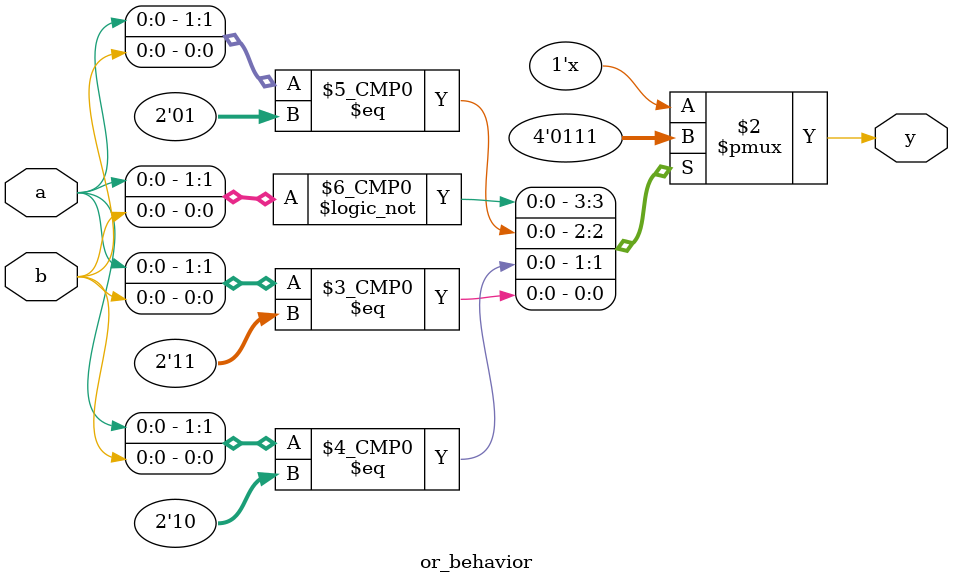
<source format=v>
module or_behavior(y,a,b);
output y;
input a,b;
reg y; 
always @ (a or b)
begin 
case ({a, b})
2'b00: begin y = 0; end 
2'b01: begin y = 1; end
2'b10: begin y = 1; end
2'b11: begin y = 1; end
endcase
end
endmodule
</source>
